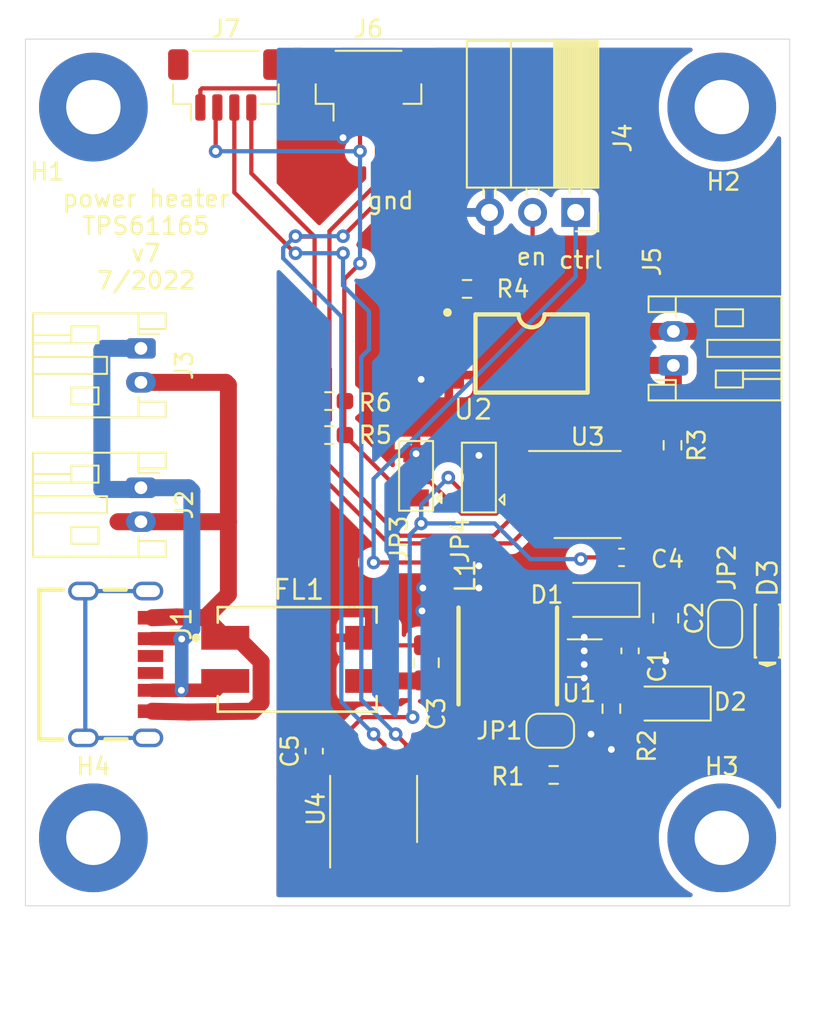
<source format=kicad_pcb>
(kicad_pcb (version 20211014) (generator pcbnew)
  (layers (0 "F.Cu" signal) (31 "B.Cu" signal) (34 "B.Paste" user) (35 "F.Paste" user) (36 "B.SilkS" user "B.Silkscreen") (37 "F.SilkS" user "F.Silkscreen") (38 "B.Mask" user) (39 "F.Mask" user) (44 "Edge.Cuts" user))
  (net 0 "")
  (net 1 "GND")
  (net 2 "Net-(C1-Pad1)")
  (net 3 "Net-(C2-Pad1)")
  (net 4 "+5VD")
  (net 5 "Net-(D1-Pad2)")
  (net 6 "Net-(FL1-Pad1)")
  (net 7 "Net-(FL1-Pad2)")
  (net 8 "unconnected-(J1-Pad0)")
  (net 10 "Net-(J4-Pad1)")
  (net 11 "Net-(J4-Pad2)")
  (net 12 "Net-(J5-Pad1)")
  (net 14 "/scl")
  (net 15 "/sda")
  (net 16 "Net-(JP1-Pad1)")
  (net 17 "Net-(D3-Pad2)")
  (net 18 "Net-(D2-Pad2)")
  (net 19 "Net-(D2-Pad1)")
  (net 20 "Net-(JP3-Pad2)")
  (net 21 "Net-(JP4-Pad2)")
  (net 22 "Net-(R4-Pad2)")
  (net 23 "/fram/Vcc")
  (footprint "Connector_JST:JST_PH_S2B-PH-K_1x02_P2.00mm_Horizontal" (layer "F.Cu") (at 121.8 73.4 -90)
    (fp_text reference "J2" (at 1 -2.55 -90) (layer "F.SilkS"))
    (fp_text value "A2001WR-2P")
    (pad "1" thru_hole roundrect (at 0 0 270) (size 1.2 1.75) (drill 0.75) (layers *.Cu *.Mask) (roundrect_rratio 0.2083333333) (net 7 "Net-(FL1-Pad2)"))
    (pad "2" thru_hole oval (at 2 0 270) (size 1.2 1.75) (drill 0.75) (layers *.Cu *.Mask) (net 6 "Net-(FL1-Pad1)"))
  )
  (footprint "Connector_JST:JST_PH_S2B-PH-K_1x02_P2.00mm_Horizontal" (layer "F.Cu") (at 153.15 66.2 90)
    (fp_text reference "J5" (at 6.1 -1.25 90) (layer "F.SilkS"))
    (fp_text value "A2001WR-2P")
    (pad "1" thru_hole roundrect (at 0 0 90) (size 1.2 1.75) (drill 0.75) (layers *.Cu *.Mask) (roundrect_rratio 0.2083333333) (net 12 "Net-(J5-Pad1)"))
    (pad "2" thru_hole oval (at 2 0 90) (size 1.2 1.75) (drill 0.75) (layers *.Cu *.Mask) (net 17 "Net-(D3-Pad2)"))
  )
  (footprint "0my_footprints6:USB-C-KoreanHroparts" (layer "F.Cu") (at 120.389 83.8 -90)
    (fp_text reference "J1" (at -1.3 -3.8 -90) (layer "F.SilkS") (effects (font (size 1.143 1.143) (thickness 0.152)) (justify left)))
    (fp_text value "USB_C_KoreanHroparts_6P" hide)
    (pad "0" thru_hole oval locked (at 4.32 -1.825 270) (size 1.1 1.8) (drill oval 0.7 1.401) (layers *.Cu *.Paste *.Mask) (net 8 "unconnected-(J1-Pad0)"))
    (pad "0" thru_hole oval locked (at 4.32 1.975 270) (size 1.1 1.8) (drill oval 0.7 1.401) (layers *.Cu *.Paste *.Mask) (net 8 "unconnected-(J1-Pad0)"))
    (pad "0" thru_hole oval locked (at -4.32 -1.825 270) (size 1.1 1.8) (drill oval 0.7 1.401) (layers *.Cu *.Paste *.Mask) (net 8 "unconnected-(J1-Pad0)"))
    (pad "0" thru_hole oval locked (at -4.32 1.975 270) (size 1.1 1.8) (drill oval 0.7 1.401) (layers *.Cu *.Paste *.Mask) (net 8 "unconnected-(J1-Pad0)"))
    (pad "A5" smd rect locked (at -0.5 -1.975 270) (size 0.7 1.5) (layers "F.Cu" "F.Paste" "F.Mask"))
    (pad "A9" smd rect locked (at 1.52 -1.975 270) (size 0.76 1.5) (layers "F.Cu" "F.Paste" "F.Mask") (net 7 "Net-(FL1-Pad2)"))
    (pad "A12" smd rect locked (at 2.75 -1.975 270) (size 0.8 1.5) (layers "F.Cu" "F.Paste" "F.Mask") (net 6 "Net-(FL1-Pad1)"))
    (pad "B5" smd rect locked (at 0.5 -1.975 270) (size 0.7 1.5) (layers "F.Cu" "F.Paste" "F.Mask"))
    (pad "B9" smd rect locked (at -1.52 -1.975 270) (size 0.76 1.5) (layers "F.Cu" "F.Paste" "F.Mask") (net 7 "Net-(FL1-Pad2)"))
    (pad "B12" smd rect locked (at -2.75 -1.975 270) (size 0.8 1.5) (layers "F.Cu" "F.Paste" "F.Mask") (net 6 "Net-(FL1-Pad1)"))
  )
  (footprint "Package_SON:WSON-6-1EP_2x2mm_P0.65mm_EP1x1.6mm" (layer "F.Cu") (at 147.93 83.43 180)
    (fp_text reference "U1" (at 0.33 -2.07) (layer "F.SilkS"))
    (fp_text value "TPS61165")
    (pad "1" smd roundrect locked (at -0.8875 -0.65 180) (size 0.375 0.4) (layers "F.Cu" "F.Paste" "F.Mask") (net 18 "Net-(D2-Pad2)"))
    (pad "2" smd roundrect locked (at -0.8875 0 180) (size 0.375 0.4) (layers "F.Cu" "F.Paste" "F.Mask") (net 2 "Net-(C1-Pad1)"))
    (pad "3" smd roundrect locked (at -0.8875 0.65 180) (size 0.375 0.4) (layers "F.Cu" "F.Paste" "F.Mask") (net 1 "GND"))
    (pad "4" smd roundrect locked (at 0.8875 0.65 180) (size 0.375 0.4) (layers "F.Cu" "F.Paste" "F.Mask") (net 5 "Net-(D1-Pad2)"))
    (pad "5" smd roundrect locked (at 0.8875 0 180) (size 0.375 0.4) (layers "F.Cu" "F.Paste" "F.Mask") (net 10 "Net-(J4-Pad1)"))
    (pad "6" smd roundrect locked (at 0.8875 -0.65 180) (size 0.375 0.4) (layers "F.Cu" "F.Paste" "F.Mask") (net 4 "+5VD"))
    (pad "7" smd rect locked (at 0 0 180) (size 1 1.6) (layers "F.Cu" "F.Mask") (net 1 "GND"))
  )
  (footprint "0my_footprints:IND-SMD_L4.7-W4.7" (layer "F.Cu") (at 143.4 83.3 90)
    (fp_text reference "L1" (at 3.6 -2.5 90) (layer "F.SilkS") (effects (font (size 1.143 1.143) (thickness 0.152)) (justify left)))
    (fp_text value "10uH" hide)
    (pad "1" smd rect locked (at -1.7 0 90) (size 2 5.3) (layers "F.Cu" "F.Paste" "F.Mask") (net 4 "+5VD"))
    (pad "2" smd rect locked (at 1.7 0 90) (size 2 5.3) (layers "F.Cu" "F.Paste" "F.Mask") (net 5 "Net-(D1-Pad2)"))
  )
  (footprint "Resistor_SMD:R_0603_1608Metric_Pad0.98x0.95mm_HandSolder" (layer "F.Cu") (at 149.5 86.4 -90)
    (fp_text reference "R2" (at 2.2 -2.1 -90) (layer "F.SilkS"))
    (fp_text value "2")
    (pad "1" smd roundrect (at -0.9125 0 270) (size 0.975 0.95) (layers "F.Cu" "F.Paste" "F.Mask") (net 18 "Net-(D2-Pad2)"))
    (pad "2" smd roundrect (at 0.9125 0 270) (size 0.975 0.95) (layers "F.Cu" "F.Paste" "F.Mask") (net 1 "GND"))
  )
  (footprint "0my_footprints6:LL_FILTER-SMD_4P-L9.2-W6.0-TL" (layer "F.Cu") (at 131 83.5)
    (fp_text reference "FL1" (at -1.5 -4.1) (layer "F.SilkS") (effects (font (size 1.143 1.143) (thickness 0.152)) (justify left)))
    (fp_text value "EMI_Filter_LL" hide)
    (pad "1" smd rect locked (at -4.237 -1.27) (size 2.825 1.4) (layers "F.Cu" "F.Paste" "F.Mask") (net 6 "Net-(FL1-Pad1)"))
    (pad "2" smd rect locked (at -4.237 1.27) (size 2.825 1.4) (layers "F.Cu" "F.Paste" "F.Mask") (net 7 "Net-(FL1-Pad2)"))
    (pad "3" smd rect locked (at 4.237 1.27) (size 2.825 1.4) (layers "F.Cu" "F.Paste" "F.Mask") (net 4 "+5VD"))
    (pad "4" smd rect locked (at 4.237 -1.27) (size 2.825 1.4) (layers "F.Cu" "F.Paste" "F.Mask") (net 1 "GND"))
  )
  (footprint "Capacitor_SMD:C_0805_2012Metric_Pad1.18x1.45mm_HandSolder" (layer "F.Cu") (at 138.6 83.7 90)
    (fp_text reference "C3" (at -3 0.6 90) (layer "F.SilkS"))
    (fp_text value "4.7uF_0805_25V")
    (pad "1" smd roundrect (at -1.0375 0 90) (size 1.175 1.45) (layers "F.Cu" "F.Paste" "F.Mask") (roundrect_rratio 0.2127659574) (net 4 "+5VD"))
    (pad "2" smd roundrect (at 1.0375 0 90) (size 1.175 1.45) (layers "F.Cu" "F.Paste" "F.Mask") (roundrect_rratio 0.2127659574) (net 1 "GND"))
  )
  (footprint "Diode_SMD:D_SOD-123" (layer "F.Cu") (at 148.9 80 180)
    (fp_text reference "D1" (at 3.2 0.3) (layer "F.SilkS"))
    (fp_text value "MBR0540")
    (pad "1" smd rect locked (at -1.65 0 180) (size 0.9 1.2) (layers "F.Cu" "F.Paste" "F.Mask") (net 3 "Net-(C2-Pad1)"))
    (pad "2" smd rect locked (at 1.65 0 180) (size 0.9 1.2) (layers "F.Cu" "F.Paste" "F.Mask") (net 5 "Net-(D1-Pad2)"))
  )
  (footprint "Capacitor_SMD:C_0603_1608Metric_Pad1.08x0.95mm_HandSolder" (layer "F.Cu") (at 150.6 83 90)
    (fp_text reference "C1" (at -0.9 1.6 90) (layer "F.SilkS"))
    (fp_text value "220nF")
    (pad "1" smd roundrect (at -0.8625 0 90) (size 1.075 0.95) (layers "F.Cu" "F.Paste" "F.Mask") (net 2 "Net-(C1-Pad1)"))
    (pad "2" smd roundrect (at 0.8625 0 90) (size 1.075 0.95) (layers "F.Cu" "F.Paste" "F.Mask") (net 1 "GND"))
  )
  (footprint "Capacitor_SMD:C_0805_2012Metric_Pad1.18x1.45mm_HandSolder" (layer "F.Cu") (at 152.7 81.075 -90)
    (fp_text reference "C2" (at 0 -1.68 -90) (layer "F.SilkS"))
    (fp_text value "1uF_0805_50V")
    (pad "1" smd roundrect (at -1.0375 0 270) (size 1.175 1.45) (layers "F.Cu" "F.Paste" "F.Mask") (roundrect_rratio 0.2127659574) (net 3 "Net-(C2-Pad1)"))
    (pad "2" smd roundrect (at 1.0375 0 270) (size 1.175 1.45) (layers "F.Cu" "F.Paste" "F.Mask") (roundrect_rratio 0.2127659574) (net 1 "GND"))
  )
  (footprint "Connector_PinSocket_2.54mm:PinSocket_1x03_P2.54mm_Horizontal" (layer "F.Cu") (at 147.4 57.2 -90)
    (fp_text reference "J4" (at -4.38 -2.77 90) (layer "F.SilkS"))
    (fp_text value "Conn_01x03_Female")
    (pad "1" thru_hole rect (at 0 0 270) (size 1.7 1.7) (drill 1) (layers *.Cu *.Mask) (net 10 "Net-(J4-Pad1)"))
    (pad "2" thru_hole oval (at 0 2.54 270) (size 1.7 1.7) (drill 1) (layers *.Cu *.Mask) (net 11 "Net-(J4-Pad2)"))
    (pad "3" thru_hole oval (at 0 5.08 270) (size 1.7 1.7) (drill 1) (layers *.Cu *.Mask) (net 1 "GND"))
  )
  (footprint "Resistor_SMD:R_0603_1608Metric_Pad0.98x0.95mm_HandSolder" (layer "F.Cu") (at 141 61.7 180)
    (fp_text reference "R4" (at -2.7 0 180) (layer "F.SilkS"))
    (fp_text value "390")
    (pad "1" smd roundrect (at -0.9125 0 180) (size 0.975 0.95) (layers "F.Cu" "F.Paste" "F.Mask") (net 11 "Net-(J4-Pad2)"))
    (pad "2" smd roundrect (at 0.9125 0 180) (size 0.975 0.95) (layers "F.Cu" "F.Paste" "F.Mask") (net 22 "Net-(R4-Pad2)"))
  )
  (footprint "0my_footprints:SMD-4_L4.6-W6.4-P2.54-LS10.0-BR" (layer "F.Cu") (at 144.8 65.5 180)
    (fp_text reference "U2" (at 2.2 -3.3) (layer "F.SilkS") (effects (font (size 1.143 1.143) (thickness 0.152)) (justify right)))
    (fp_text value "KAQY212A" hide)
    (pad "1" smd rect locked (at 4.876 1.27 180) (size 1.8 1.6) (layers "F.Cu" "F.Paste" "F.Mask") (net 22 "Net-(R4-Pad2)"))
    (pad "2" smd rect locked (at 4.876 -1.27 180) (size 1.8 1.6) (layers "F.Cu" "F.Paste" "F.Mask") (net 1 "GND"))
    (pad "3" smd rect locked (at -4.876 -1.27 180) (size 1.8 1.6) (layers "F.Cu" "F.Paste" "F.Mask") (net 12 "Net-(J5-Pad1)"))
    (pad "4" smd rect locked (at -4.876 1.27 180) (size 1.8 1.6) (layers "F.Cu" "F.Paste" "F.Mask") (net 17 "Net-(D3-Pad2)"))
  )
  (footprint "Capacitor_SMD:C_0603_1608Metric_Pad1.08x0.95mm_HandSolder" (layer "F.Cu") (at 150.1 77.5)
    (fp_text reference "C4" (at 2.7 0.1) (layer "F.SilkS"))
    (fp_text value "100nF")
    (pad "1" smd roundrect (at -0.8625 0) (size 1.075 0.95) (layers "F.Cu" "F.Paste" "F.Mask") (net 23 "/fram/Vcc"))
    (pad "2" smd roundrect (at 0.8625 0) (size 1.075 0.95) (layers "F.Cu" "F.Paste" "F.Mask") (net 1 "GND"))
  )
  (footprint "Connector_JST:JST_SH_BM04B-SRSS-TB_1x04-1MP_P1.00mm_Vertical" (layer "F.Cu") (at 135.2 49.7)
    (fp_text reference "J6" (at 0 -3.3) (layer "F.SilkS"))
    (fp_text value "A1001WV-S-04P")
    (pad "1" smd roundrect (at -1.5 1.325) (size 0.6 1.55) (layers "F.Cu" "F.Paste" "F.Mask") (net 1 "GND"))
    (pad "2" smd roundrect (at -0.5 1.325) (size 0.6 1.55) (layers "F.Cu" "F.Paste" "F.Mask") (net 23 "/fram/Vcc"))
    (pad "3" smd roundrect (at 0.5 1.325) (size 0.6 1.55) (layers "F.Cu" "F.Paste" "F.Mask") (net 15 "/sda"))
    (pad "4" smd roundrect (at 1.5 1.325) (size 0.6 1.55) (layers "F.Cu" "F.Paste" "F.Mask") (net 14 "/scl"))
    (pad "MP" smd roundrect (at 2.8 -1.2) (size 1.2 1.8) (layers "F.Cu" "F.Paste" "F.Mask") (roundrect_rratio 0.2083333333))
    (pad "MP" smd roundrect (at -2.8 -1.2) (size 1.2 1.8) (layers "F.Cu" "F.Paste" "F.Mask") (roundrect_rratio 0.2083333333))
  )
  (footprint "Resistor_SMD:R_0603_1608Metric_Pad0.98x0.95mm_HandSolder" (layer "F.Cu") (at 153.1 70.9 -90)
    (fp_text reference "R3" (at 0 -1.43 -90) (layer "F.SilkS"))
    (fp_text value "1")
    (pad "1" smd roundrect (at -0.9125 0 270) (size 0.975 0.95) (layers "F.Cu" "F.Paste" "F.Mask") (net 12 "Net-(J5-Pad1)"))
    (pad "2" smd roundrect (at 0.9125 0 270) (size 0.975 0.95) (layers "F.Cu" "F.Paste" "F.Mask") (net 3 "Net-(C2-Pad1)"))
  )
  (footprint "Resistor_SMD:R_0603_1608Metric_Pad0.98x0.95mm_HandSolder" (layer "F.Cu") (at 132.9 70.3)
    (fp_text reference "R5" (at 2.7 0) (layer "F.SilkS"))
    (fp_text value "4.99K")
    (pad "1" smd roundrect (at -0.9125 0) (size 0.975 0.95) (layers "F.Cu" "F.Paste" "F.Mask") (net 15 "/sda"))
    (pad "2" smd roundrect (at 0.9125 0) (size 0.975 0.95) (layers "F.Cu" "F.Paste" "F.Mask") (net 23 "/fram/Vcc"))
  )
  (footprint "Resistor_SMD:R_0603_1608Metric_Pad0.98x0.95mm_HandSolder" (layer "F.Cu") (at 132.9 68.3)
    (fp_text reference "R6" (at 2.7 0.1) (layer "F.SilkS"))
    (fp_text value "4.99K")
    (pad "1" smd roundrect (at -0.9125 0) (size 0.975 0.95) (layers "F.Cu" "F.Paste" "F.Mask") (net 14 "/scl"))
    (pad "2" smd roundrect (at 0.9125 0) (size 0.975 0.95) (layers "F.Cu" "F.Paste" "F.Mask") (net 23 "/fram/Vcc"))
  )
  (footprint "Jumper:SolderJumper-3_P1.3mm_Open_Pad1.0x1.5mm" (layer "F.Cu") (at 138 72.7 90)
    (fp_text reference "JP3" (at -3.7 -1 90) (layer "F.SilkS"))
    (fp_text value "Jumper_3_Open")
    (pad "1" smd rect locked (at -1.3 0 90) (size 1 1.5) (layers "F.Cu" "F.Mask") (net 23 "/fram/Vcc"))
    (pad "2" smd rect locked (at 0 0 90) (size 1 1.5) (layers "F.Cu" "F.Mask") (net 20 "Net-(JP3-Pad2)"))
    (pad "3" smd rect locked (at 1.3 0 90) (size 1 1.5) (layers "F.Cu" "F.Mask") (net 1 "GND"))
  )
  (footprint "Jumper:SolderJumper-3_P1.3mm_Open_Pad1.0x1.5mm" (layer "F.Cu") (at 141.7 72.8 90)
    (fp_text reference "JP4" (at -3.7 -1.1 90) (layer "F.SilkS"))
    (fp_text value "Jumper_3_Open")
    (pad "1" smd rect locked (at -1.3 0 90) (size 1 1.5) (layers "F.Cu" "F.Mask") (net 23 "/fram/Vcc"))
    (pad "2" smd rect locked (at 0 0 90) (size 1 1.5) (layers "F.Cu" "F.Mask") (net 21 "Net-(JP4-Pad2)"))
    (pad "3" smd rect locked (at 1.3 0 90) (size 1 1.5) (layers "F.Cu" "F.Mask") (net 1 "GND"))
  )
  (footprint "Diode_SMD:D_SOD-123" (layer "F.Cu") (at 153.1 86.1 180)
    (fp_text reference "D2" (at -3.4 0.1) (layer "F.SilkS"))
    (fp_text value "BZT52C5V1")
    (pad "1" smd rect locked (at -1.65 0 180) (size 0.9 1.2) (layers "F.Cu" "F.Paste" "F.Mask") (net 19 "Net-(D2-Pad1)"))
    (pad "2" smd rect locked (at 1.65 0 180) (size 0.9 1.2) (layers "F.Cu" "F.Paste" "F.Mask") (net 18 "Net-(D2-Pad2)"))
  )
  (footprint "Jumper:SolderJumper-2_P1.3mm_Open_RoundedPad1.0x1.5mm" (layer "F.Cu") (at 156.2 81.4 90)
    (fp_text reference "JP2" (at 3.3 0.1 90) (layer "F.SilkS"))
    (fp_text value "Jumper_2_Open")
    (pad "1" smd custom locked (at -0.65 0 90) (size 1 0.5) (layers "F.Cu" "F.Mask") (net 19 "Net-(D2-Pad1)") (options (clearance outline) (anchor rect)) (primitives (gr_circle (center 0 0.25) (end 0.5 0.25) (width 0) (fill yes)) (gr_circle (center 0 -0.25) (end 0.5 -0.25) (width 0) (fill yes)) (gr_poly (pts (xy 0 -0.75) (xy 0.5 -0.75) (xy 0.5 0.75) (xy 0 0.75)) (width 0) (fill yes))))
    (pad "2" smd custom locked (at 0.65 0 90) (size 1 0.5) (layers "F.Cu" "F.Mask") (net 17 "Net-(D3-Pad2)") (options (clearance outline) (anchor rect)) (primitives (gr_circle (center 0 0.25) (end 0.5 0.25) (width 0) (fill yes)) (gr_circle (center 0 -0.25) (end 0.5 -0.25) (width 0) (fill yes)) (gr_poly (pts (xy 0 -0.75) (xy -0.5 -0.75) (xy -0.5 0.75) (xy 0 0.75)) (width 0) (fill yes))))
  )
  (footprint "Package_SO:SOIC-8_3.9x4.9mm_P1.27mm" (layer "F.Cu") (at 148.1 73.8)
    (fp_text reference "U3" (at 0 -3.4) (layer "F.SilkS"))
    (fp_text value "INA219AxD")
    (pad "1" smd roundrect locked (at -2.475 -1.905) (size 1.95 0.6) (layers "F.Cu" "F.Paste" "F.Mask") (net 21 "Net-(JP4-Pad2)"))
    (pad "2" smd roundrect locked (at -2.475 -0.635) (size 1.95 0.6) (layers "F.Cu" "F.Paste" "F.Mask") (net 20 "Net-(JP3-Pad2)"))
    (pad "3" smd roundrect locked (at -2.475 0.635) (size 1.95 0.6) (layers "F.Cu" "F.Paste" "F.Mask") (net 15 "/sda"))
    (pad "4" smd roundrect locked (at -2.475 1.905) (size 1.95 0.6) (layers "F.Cu" "F.Paste" "F.Mask") (net 14 "/scl"))
    (pad "5" smd roundrect locked (at 2.475 1.905) (size 1.95 0.6) (layers "F.Cu" "F.Paste" "F.Mask") (net 23 "/fram/Vcc"))
    (pad "6" smd roundrect locked (at 2.475 0.635) (size 1.95 0.6) (layers "F.Cu" "F.Paste" "F.Mask") (net 1 "GND"))
    (pad "7" smd roundrect locked (at 2.475 -0.635) (size 1.95 0.6) (layers "F.Cu" "F.Paste" "F.Mask") (net 12 "Net-(J5-Pad1)"))
    (pad "8" smd roundrect locked (at 2.475 -1.905) (size 1.95 0.6) (layers "F.Cu" "F.Paste" "F.Mask") (net 3 "Net-(C2-Pad1)"))
  )
  (footprint "0my_footprints6:LED-SMD_L3.0-W1.4-FD_RED" (layer "F.Cu") (at 158.7 81.6 -90)
    (fp_text reference "D3" (at -4.1 0 90) (layer "F.SilkS") (effects (font (size 1.143 1.143) (thickness 0.152)) (justify right)))
    (fp_text value "LED" hide)
    (pad "1" smd rect (at 0.945 0 270) (size 1.9 1.01) (layers "F.Cu" "F.Paste" "F.Mask") (net 19 "Net-(D2-Pad1)"))
    (pad "2" smd rect (at -0.945 0 270) (size 1.18 1.01) (layers "F.Cu" "F.Paste" "F.Mask") (net 17 "Net-(D3-Pad2)"))
  )
  (footprint "Connector_JST:JST_PH_S2B-PH-K_1x02_P2.00mm_Horizontal" (layer "F.Cu") (at 121.8 65.2 -90)
    (fp_text reference "J3" (at 1 -2.55 -90) (layer "F.SilkS"))
    (fp_text value "A2001WR-2P")
    (pad "1" thru_hole roundrect (at 0 0 270) (size 1.2 1.75) (drill 0.75) (layers *.Cu *.Mask) (roundrect_rratio 0.2083333333) (net 7 "Net-(FL1-Pad2)"))
    (pad "2" thru_hole oval (at 2 0 270) (size 1.2 1.75) (drill 0.75) (layers *.Cu *.Mask) (net 6 "Net-(FL1-Pad1)"))
  )
  (footprint "MountingHole:MountingHole_3.2mm_M3_Pad_TopBottom" (layer "F.Cu") (at 119 94)
    (fp_text reference "H4" (at 0 -4.2) (layer "F.SilkS"))
    (fp_text value "MountingHole")
    (pad "1" connect circle (at 0 0) (size 6.4 6.4) (layers "B.Cu" "B.Mask"))
    (pad "1" thru_hole circle (at 0 0) (size 3.6 3.6) (drill 3.2) (layers *.Cu *.Mask))
    (pad "1" connect circle (at 0 0) (size 6.4 6.4) (layers "F.Cu" "F.Mask"))
  )
  (footprint "Capacitor_SMD:C_0603_1608Metric_Pad1.08x0.95mm_HandSolder" (layer "F.Cu") (at 132 88.9 90)
    (fp_text reference "C5" (at 0 -1.43 90) (layer "F.SilkS"))
    (fp_text value "100nF")
    (pad "1" smd roundrect (at -0.8625 0 90) (size 1.075 0.95) (layers "F.Cu" "F.Paste" "F.Mask") (net 23 "/fram/Vcc"))
    (pad "2" smd roundrect (at 0.8625 0 90) (size 1.075 0.95) (layers "F.Cu" "F.Paste" "F.Mask") (net 1 "GND"))
  )
  (footprint "Connector_JST:JST_SH_BM04B-SRSS-TB_1x04-1MP_P1.00mm_Vertical" (layer "F.Cu") (at 126.8 49.7)
    (fp_text reference "J7" (at 0 -3.3) (layer "F.SilkS"))
    (fp_text value "A1001WV-S-04P")
    (pad "1" smd roundrect (at -1.5 1.325) (size 0.6 1.55) (layers "F.Cu" "F.Paste" "F.Mask") (net 1 "GND"))
    (pad "2" smd roundrect (at -0.5 1.325) (size 0.6 1.55) (layers "F.Cu" "F.Paste" "F.Mask") (net 23 "/fram/Vcc"))
    (pad "3" smd roundrect (at 0.5 1.325) (size 0.6 1.55) (layers "F.Cu" "F.Paste" "F.Mask") (net 15 "/sda"))
    (pad "4" smd roundrect (at 1.5 1.325) (size 0.6 1.55) (layers "F.Cu" "F.Paste" "F.Mask") (net 14 "/scl"))
    (pad "MP" smd roundrect (at 2.8 -1.2) (size 1.2 1.8) (layers "F.Cu" "F.Paste" "F.Mask") (roundrect_rratio 0.2083333333))
    (pad "MP" smd roundrect (at -2.8 -1.2) (size 1.2 1.8) (layers "F.Cu" "F.Paste" "F.Mask") (roundrect_rratio 0.2083333333))
  )
  (footprint "Jumper:SolderJumper-2_P1.3mm_Open_RoundedPad1.0x1.5mm" (layer "F.Cu") (at 145.9 87.7)
    (fp_text reference "JP1" (at -3 0) (layer "F.SilkS"))
    (fp_text value "SolderJumper_2_Open")
    (pad "1" smd custom (at -0.65 0) (size 1 0.5) (layers "F.Cu" "F.Mask") (net 16 "Net-(JP1-Pad1)") (options (clearance outline) (anchor rect)) (primitives (gr_circle (center 0 0.25) (end 0.5 0.25) (width 0) (fill yes)) (gr_circle (center 0 -0.25) (end 0.5 -0.25) (width 0) (fill yes)) (gr_poly (pts (xy 0.5 0.75) (xy 0 0.75) (xy 0 -0.75) (xy 0.5 -0.75)) (width 0) (fill yes))))
    (pad "2" smd custom (at 0.65 0) (size 1 0.5) (layers "F.Cu" "F.Mask") (net 18 "Net-(D2-Pad2)") (options (clearance outline) (anchor rect)) (primitives (gr_circle (center 0 0.25) (end 0.5 0.25) (width 0) (fill yes)) (gr_circle (center 0 -0.25) (end 0.5 -0.25) (width 0) (fill yes)) (gr_poly (pts (xy 0 0.75) (xy -0.5 0.75) (xy -0.5 -0.75) (xy 0 -0.75)) (width 0) (fill yes))))
  )
  (footprint "Resistor_SMD:R_0603_1608Metric_Pad0.98x0.95mm_HandSolder" (layer "F.Cu") (at 146.1 90.3)
    (fp_text reference "R1" (at -2.7 0.1) (layer "F.SilkS"))
    (fp_text value "2")
    (pad "1" smd roundrect (at -0.9125 0) (size 0.975 0.95) (layers "F.Cu" "F.Paste" "F.Mask") (net 16 "Net-(JP1-Pad1)"))
    (pad "2" smd roundrect (at 0.9125 0) (size 0.975 0.95) (layers "F.Cu" "F.Paste" "F.Mask") (net 1 "GND"))
  )
  (footprint "MountingHole:MountingHole_3.2mm_M3_Pad_TopBottom" (layer "F.Cu") (at 156 94)
    (fp_text reference "H3" (at 0 -4.2) (layer "F.SilkS"))
    (fp_text value "MountingHole")
    (pad "1" thru_hole circle (at 0 0) (size 3.6 3.6) (drill 3.2) (layers *.Cu *.Mask))
    (pad "1" connect circle (at 0 0) (size 6.4 6.4) (layers "B.Cu" "B.Mask"))
    (pad "1" connect circle (at 0 0) (size 6.4 6.4) (layers "F.Cu" "F.Mask"))
  )
  (footprint "MountingHole:MountingHole_3.2mm_M3_Pad_TopBottom" (layer "F.Cu") (at 156 51)
    (fp_text reference "H2" (at 0.1 4.4) (layer "F.SilkS"))
    (fp_text value "MountingHole")
    (pad "1" thru_hole circle (at 0 0) (size 3.6 3.6) (drill 3.2) (layers *.Cu *.Mask))
    (pad "1" connect circle (at 0 0) (size 6.4 6.4) (layers "F.Cu" "F.Mask"))
    (pad "1" connect circle (at 0 0) (size 6.4 6.4) (layers "B.Cu" "B.Mask"))
  )
  (footprint "Package_SO:SOIC-8_3.9x4.9mm_P1.27mm" (layer "F.Cu") (at 135.5 92.3 90)
    (fp_text reference "U4" (at 0 -3.4 90) (layer "F.SilkS"))
    (fp_text value "FM24V05-GTR")
    (pad "1" smd roundrect (at -2.475 -1.905 90) (size 1.95 0.6) (layers "F.Cu" "F.Paste" "F.Mask") (net 1 "GND"))
    (pad "2" smd roundrect (at -2.475 -0.635 90) (size 1.95 0.6) (layers "F.Cu" "F.Paste" "F.Mask") (net 1 "GND"))
    (pad "3" smd roundrect (at -2.475 0.635 90) (size 1.95 0.6) (layers "F.Cu" "F.Paste" "F.Mask") (net 1 "GND"))
    (pad "4" smd roundrect (at -2.475 1.905 90) (size 1.95 0.6) (layers "F.Cu" "F.Paste" "F.Mask") (net 1 "GND"))
    (pad "5" smd roundrect (at 2.475 1.905 90) (size 1.95 0.6) (layers "F.Cu" "F.Paste" "F.Mask") (net 15 "/sda"))
    (pad "6" smd roundrect (at 2.475 0.635 90) (size 1.95 0.6) (layers "F.Cu" "F.Paste" "F.Mask") (net 14 "/scl"))
    (pad "7" smd roundrect (at 2.475 -0.635 90) (size 1.95 0.6) (layers "F.Cu" "F.Paste" "F.Mask"))
    (pad "8" smd roundrect (at 2.475 -1.905 90) (size 1.95 0.6) (layers "F.Cu" "F.Paste" "F.Mask") (net 23 "/fram/Vcc"))
  )
  (footprint "MountingHole:MountingHole_3.2mm_M3_Pad_TopBottom" (layer "F.Cu") (at 119 51)
    (fp_text reference "H1" (at -2.7 3.8) (layer "F.SilkS"))
    (fp_text value "MountingHole")
    (pad "1" thru_hole circle (at 0 0) (size 3.6 3.6) (drill 3.2) (layers *.Cu *.Mask))
    (pad "1" connect circle (at 0 0) (size 6.4 6.4) (layers "B.Cu" "B.Mask"))
    (pad "1" connect circle (at 0 0) (size 6.4 6.4) (layers "F.Cu" "F.Mask"))
  )
  (gr_rect (start 115 98) (end 160 47) (layer "Edge.Cuts") (width 0.05) (fill none))
  (gr_text "en" (at 144.8 59.8) (layer "F.SilkS") (effects (font (size 1 1))))
  (gr_text "gnd" (at 136.5 56.5) (layer "F.SilkS") (effects (font (size 1 1))))
  (gr_text "ctrl" (at 147.7 60) (layer "F.SilkS") (effects (font (size 1 1))))
  (gr_text "power heater\nTPS61165\nv7\n7/2022\n" (at 122.1 58.8) (layer "F.SilkS") (effects (font (size 1 1))))
  (segment (start 138.6 82.675) (end 135.682 82.675) (width 0.25) (layer "F.Cu") (net 1))
  (segment (start 138.6 82.675) (end 138.6 80.9) (width 0.25) (layer "F.Cu") (net 1))
  (segment (start 152.7 82.1) (end 150.8 82.1) (width 1) (layer "F.Cu") (net 1))
  (segment (start 148.8175 82.78) (end 150.12 82.78) (width 0.25) (layer "F.Cu") (net 1))
  (segment (start 150.6 81.775) (end 150.025 81.2) (width 0.25) (layer "F.Cu") (net 1))
  (segment (start 138.6 80.9) (end 138.35 80.65) (width 0.25) (layer "F.Cu") (net 1))
  (segment (start 150.025 81.2) (end 149.9 81.2) (width 0.25) (layer "F.Cu") (net 1))
  (segment (start 149.9 81.2) (end 150.8 82.1) (width 0.25) (layer "F.Cu") (net 1))
  (segment (start 150.12 82.78) (end 150.6 82.3) (width 0.25) (layer "F.Cu") (net 1))
  (segment (start 125.4 49.9) (end 130.7 49.9) (width 0.25) (layer "F.Cu") (net 1))
  (segment (start 125.3 51.025) (end 125.3 50) (width 0.25) (layer "F.Cu") (net 1))
  (segment (start 131.825 51.025) (end 130.7 49.9) (width 0.25) (layer "F.Cu") (net 1))
  (segment (start 133.7 51.025) (end 133.7 52.8) (width 0.25) (layer "F.Cu") (net 1))
  (segment (start 125.3 50) (end 125.4 49.9) (width 0.25) (layer "F.Cu") (net 1))
  (segment (start 133.7 51.025) (end 131.825 51.025) (width 0.25) (layer "F.Cu") (net 1))
  (via (at 147.9 83.8) (size 0.8) (drill 0.4) (layers "F.Cu" "B.Cu") (net 1))
  (via (at 152.7 83.6) (size 0.8) (drill 0.4) (layers "F.Cu" "B.Cu") (net 1))
  (via (at 148.3 87.9) (size 0.8) (drill 0.4) (layers "F.Cu" "B.Cu") (net 1))
  (via (at 147.9 83) (size 0.8) (drill 0.4) (layers "F.Cu" "B.Cu") (net 1))
  (via (at 149.5 88.8) (size 0.8) (drill 0.4) (layers "F.Cu" "B.Cu") (net 1))
  (via (at 147.9 82.2) (size 0.8) (drill 0.4) (layers "F.Cu" "B.Cu") (net 1))
  (via (at 147.9 84.6) (size 0.8) (drill 0.4) (layers "F.Cu" "B.Cu") (net 1))
  (via (at 141.7 79.3) (size 0.8) (drill 0.4) (layers "F.Cu" "B.Cu") (net 1))
  (via (at 138.3 67.025) (size 0.8) (drill 0.4) (layers "F.Cu" "B.Cu") (net 1))
  (via (at 138.4 79.3) (size 0.8) (drill 0.4) (layers "F.Cu" "B.Cu") (net 1))
  (via (at 141.7 78) (size 0.8) (drill 0.4) (layers "F.Cu" "B.Cu") (net 1))
  (via (at 133.7 52.8) (size 0.8) (drill 0.4) (layers "F.Cu" "B.Cu") (net 1))
  (via (at 138.35 80.65) (size 0.8) (drill 0.4) (layers "F.Cu" "B.Cu") (net 1))
  (via (at 138 71.4) (size 0.8) (drill 0.4) (layers "F.Cu" "B.Cu") (net 1))
  (via (at 141.7 71.5) (size 0.8) (drill 0.4) (layers "F.Cu" "B.Cu") (net 1))
  (segment (start 150.6 84.05) (end 149.98 83.43) (width 0.25) (layer "F.Cu") (net 2))
  (segment (start 149.98 83.43) (end 148.8175 83.43) (width 0.25) (layer "F.Cu") (net 2))
  (segment (start 150.55 80) (end 152.65 80) (width 1) (layer "F.Cu") (net 3))
  (segment (start 153.1 71.775) (end 150.695 71.775) (width 0.25) (layer "F.Cu") (net 3))
  (segment (start 152.7 80.05) (end 152.7 72.175) (width 1) (layer "F.Cu") (net 3))
  (segment (start 152.7 72.175) (end 153.1 71.775) (width 1) (layer "F.Cu") (net 3))
  (segment (start 135.237 84.77) (end 143.17 84.77) (width 1) (layer "F.Cu") (net 4))
  (segment (start 145.5 85) (end 146.16999 84.33001) (width 1) (layer "F.Cu") (net 4))
  (segment (start 146.16999 84.33001) (end 146.619962 84.33001) (width 1) (layer "F.Cu") (net 4))
  (segment (start 147.0425 82.78) (end 146.855 82.78) (width 0.25) (layer "F.Cu") (net 5))
  (segment (start 146.855 82.78) (end 146.7 82.625) (width 0.25) (layer "F.Cu") (net 5))
  (segment (start 146.7 82.625) (end 146.7 82.4) (width 0.25) (layer "F.Cu") (net 5))
  (segment (start 146.6 81.6) (end 146.7 82.4) (width 1) (layer "F.Cu") (net 5))
  (segment (start 147.25 80) (end 147.25 80.95) (width 1) (layer "F.Cu") (net 5))
  (segment (start 145.9 81.6) (end 146.6 81.6) (width 1) (layer "F.Cu") (net 5))
  (segment (start 147.25 80.95) (end 146.6 81.6) (width 1) (layer "F.Cu") (net 5))
  (segment (start 143.4 81.6) (end 145.9 81.6) (width 1) (layer "F.Cu") (net 5))
  (segment (start 126.763 82.23) (end 125.583 81.05) (width 1) (layer "F.Cu") (net 6))
  (segment (start 128.875501 83.630001) (end 128.875501 86.030001) (width 1) (layer "F.Cu") (net 6))
  (segment (start 128.875501 86.030001) (end 128.355491 86.550011) (width 1) (layer "F.Cu") (net 6))
  (segment (start 127.4755 82.23) (end 128.875501 83.630001) (width 1) (layer "F.Cu") (net 6))
  (segment (start 128.355491 86.550011) (end 124.6 86.6) (width 1) (layer "F.Cu") (net 6))
  (segment (start 124.6 86.6) (end 122.475 86.550011) (width 1) (layer "F.Cu") (net 6))
  (segment (start 126.8 67.2) (end 121.8 67.2) (width 1) (layer "F.Cu") (net 6))
  (segment (start 120.45 75.4) (end 126.95 75.4) (width 1) (layer "F.Cu") (net 6))
  (segment (start 125.583 81.05) (end 126.95 79.683) (width 1) (layer "F.Cu") (net 6))
  (segment (start 125.583 81.05) (end 123.9 81) (width 1) (layer "F.Cu") (net 6))
  (segment (start 126.95 79.683) (end 126.95 75.4) (width 1) (layer "F.Cu") (net 6))
  (segment (start 126.95 67.35) (end 126.8 67.2) (width 1) (layer "F.Cu") (net 6))
  (segment (start 126.95 75.4) (end 126.95 67.35) (width 1) (layer "F.Cu") (net 6))
  (segment (start 123.9 81) (end 122.475 81.05) (width 1) (layer "F.Cu") (net 6))
  (segment (start 124.18 82.28) (end 124.2 82.3) (width 0.8) (layer "F.Cu") (net 7))
  (segment (start 126.213 85.32) (end 126.763 84.77) (width 0.8) (layer "F.Cu") (net 7))
  (segment (start 124.18 85.32) (end 126.213 85.32) (width 0.8) (layer "F.Cu") (net 7))
  (segment (start 122.475 85.32) (end 124.18 85.32) (width 0.8) (layer "F.Cu") (net 7))
  (segment (start 122.475 82.28) (end 124.18 82.28) (width 0.8) (layer "F.Cu") (net 7))
  (via (at 124.2 82.3) (size 0.8) (drill 0.4) (layers "F.Cu" "B.Cu") (net 7))
  (via (at 124.18 85.32) (size 0.8) (drill 0.4) (layers "F.Cu" "B.Cu") (net 7))
  (segment (start 124.6 73.4) (end 124.8 73.6) (width 1) (layer "B.Cu") (net 7))
  (segment (start 121.8 65.2) (end 119.6 65.2) (width 1) (layer "B.Cu") (net 7))
  (segment (start 124.2 82.3) (end 124.2 85.3) (width 0.8) (layer "B.Cu") (net 7))
  (segment (start 119.5 73.5) (end 121.7 73.5) (width 1) (layer "B.Cu") (net 7))
  (segment (start 121.8 73.4) (end 124.6 73.4) (width 1) (layer "B.Cu") (net 7))
  (segment (start 119.5 65.3) (end 119.5 73.5) (width 1) (layer "B.Cu") (net 7))
  (segment (start 124.8 81.7) (end 124.2 82.3) (width 1) (layer "B.Cu") (net 7))
  (segment (start 124.8 73.6) (end 124.8 81.7) (width 1) (layer "B.Cu") (net 7))
  (segment (start 119.6 65.2) (end 119.5 65.3) (width 1) (layer "B.Cu") (net 7))
  (segment (start 124.2 85.3) (end 124.18 85.32) (width 0.8) (layer "B.Cu") (net 7))
  (segment (start 122.325 88.12) (end 118.525 88.12) (width 0.25) (layer "B.Cu") (net 8))
  (segment (start 122.325 79.48) (end 118.525 79.48) (width 0.25) (layer "B.Cu") (net 8))
  (segment (start 118.525 88.12) (end 118.525 79.48) (width 0.25) (layer "B.Cu") (net 8))
  (segment (start 140 77.8) (end 135.5 77.8) (width 0.25) (layer "F.Cu") (net 10))
  (segment (start 140 82.499022) (end 140 77.8) (width 0.25) (layer "F.Cu") (net 10))
  (segment (start 147.0425 83.43) (end 140.930978 83.43) (width 0.25) (layer "F.Cu") (net 10))
  (segment (start 140.930978 83.43) (end 140 82.499022) (width 0.25) (layer "F.Cu") (net 10))
  (via (at 135.5 77.8) (size 0.8) (drill 0.4) (layers "F.Cu" "B.Cu") (net 10))
  (segment (start 147.4 60.975386) (end 147.4 57.2) (width 0.25) (layer "B.Cu") (net 10))
  (segment (start 135.5 72.875386) (end 147.4 60.975386) (width 0.25) (layer "B.Cu") (net 10))
  (segment (start 135.5 77.8) (end 135.5 72.875386) (width 0.25) (layer "B.Cu") (net 10))
  (segment (start 141.875 61.7) (end 144.86 58.715) (width 0.25) (layer "F.Cu") (net 11))
  (segment (start 144.86 58.715) (end 144.86 57.2) (width 0.25) (layer "F.Cu") (net 11))
  (segment (start 149.27499 73.00499) (end 149.27499 72.97499) (width 0.25) (layer "F.Cu") (net 12))
  (segment (start 150.246 66.2) (end 149.676 66.77) (width 1) (layer "F.Cu") (net 12))
  (segment (start 149.975 70.025) (end 153.1 70.025) (width 0.25) (layer "F.Cu") (net 12))
  (segment (start 153.15 69.975) (end 153.1 70.025) (width 1) (layer "F.Cu") (net 12))
  (segment (start 149.435 73.165) (end 149.27499 73.00499) (width 0.25) (layer "F.Cu") (net 12))
  (segment (start 153.15 66.2) (end 150.246 66.2) (width 1) (layer "F.Cu") (net 12))
  (segment (start 149 71) (end 149.975 70.025) (width 0.25) (layer "F.Cu") (net 12))
  (segment (start 149 72.7) (end 149 71) (width 0.25) (layer "F.Cu") (net 12))
  (segment (start 150.575 73.165) (end 149.435 73.165) (width 0.25) (layer "F.Cu") (net 12))
  (segment (start 153.15 66.2) (end 153.15 69.975) (width 1) (layer "F.Cu") (net 12))
  (segment (start 149.27499 72.97499) (end 149 72.7) (width 0.25) (layer "F.Cu") (net 12))
  (segment (start 143.625969 76.674031) (end 136.374031 76.674031) (width 0.25) (layer "F.Cu") (net 14))
  (segment (start 132.025 58.625) (end 130.925 58.625) (width 0.25) (layer "F.Cu") (net 14))
  (segment (start 132.025 58.625) (end 128.3 54.9) (width 0.25) (layer "F.Cu") (net 14))
  (segment (start 128.3 54.9) (end 128.3 51.025) (width 0.25) (layer "F.Cu") (net 14))
  (segment (start 136.135 88.535) (end 135.5 87.9) (width 0.25) (layer "F.Cu") (net 14))
  (segment (start 136.7 55.6) (end 136.7 51.025) (width 0.25) (layer "F.Cu") (net 14))
  (segment (start 136.135 89.825) (end 136.135 88.535) (width 0.25) (layer "F.Cu") (net 14))
  (segment (start 132.025 68.3) (end 132.025 58.625) (width 0.25) (layer "F.Cu") (net 14))
  (segment (start 136.374031 76.674031) (end 130.4 70.7) (width 0.25) (layer "F.Cu") (net 14))
  (segment (start 133.7 58.6) (end 136.7 55.6) (width 0.25) (layer "F.Cu") (net 14))
  (segment (start 130.4 69.1) (end 131.2 68.3) (width 0.25) (layer "F.Cu") (net 14))
  (segment (start 130.925 58.625) (end 130.9 58.6) (width 0.25) (layer "F.Cu") (net 14))
  (segment (start 130.4 70.7) (end 130.4 69.1) (width 0.25) (layer "F.Cu") (net 14))
  (segment (start 145.625 75.705) (end 144.595 75.705) (width 0.25) (layer "F.Cu") (net 14))
  (segment (start 144.595 75.705) (end 143.625969 76.674031) (width 0.25) (layer "F.Cu") (net 14))
  (segment (start 131.2 68.3) (end 132.025 68.3) (width 0.25) (layer "F.Cu") (net 14))
  (via (at 130.9 58.6) (size 0.8) (drill 0.4) (layers "F.Cu" "B.Cu") (net 14))
  (via (at 133.7 58.6) (size 0.8) (drill 0.4) (layers "F.Cu" "B.Cu") (net 14))
  (via (at 135.5 87.9) (size 0.8) (drill 0.4) (layers "F.Cu" "B.Cu") (net 14))
  (segment (start 130.175489 59.299897) (end 130.875386 58.6) (width 0.25) (layer "B.Cu") (net 14))
  (segment (start 133.6 86) (end 133.6 63.3) (width 0.25) (layer "B.Cu") (net 14))
  (segment (start 130.9 58.6) (end 133.7 58.6) (width 0.25) (layer "B.Cu") (net 14))
  (segment (start 133.6 86) (end 135.5 87.9) (width 0.25) (layer "B.Cu") (net 14))
  (segment (start 130.175489 59.900103) (end 130.175489 59.299897) (width 0.25) (layer "B.Cu") (net 14))
  (segment (start 133.6 63.3) (end 133.575386 63.3) (width 0.25) (layer "B.Cu") (net 14))
  (segment (start 133.575386 63.3) (end 130.175489 59.900103) (width 0.25) (layer "B.Cu") (net 14))
  (segment (start 130.875386 58.6) (end 130.9 58.6) (width 0.25) (layer "B.Cu") (net 14))
  (segment (start 132.92548 69.39952) (end 132.92548 66.42548) (width 0.25) (layer "F.Cu") (net 15))
  (segment (start 132.9 59.6) (end 133.7 59.6) (width 0.25) (layer "F.Cu") (net 15))
  (segment (start 132.025 70.3) (end 132.92548 69.39952) (width 0.25) (layer "F.Cu") (net 15))
  (segment (start 132 71.2) (end 132 70.325) (width 0.25) (layer "F.Cu") (net 15))
  (segment (start 132.9 66.4) (end 132.9 59.6) (width 0.25) (layer "F.Cu") (net 15))
  (segment (start 130.875386 59.6) (end 130.9 59.6) (width 0.25) (layer "F.Cu") (net 15))
  (segment (start 132.9 58.3) (end 135.7 55.5) (width 0.25) (layer "F.Cu") (net 15))
  (segment (start 132.92548 66.42548) (end 132.9 66.4) (width 0.25) (layer "F.Cu") (net 15))
  (segment (start 137.405 88.505) (end 136.8 87.9) (width 0.25) (layer "F.Cu") (net 15))
  (segment (start 137.024511 76.224511) (end 132 71.2) (width 0.25) (layer "F.Cu") (net 15))
  (segment (start 127.3 51.025) (end 127.3 56.024614) (width 0.25) (layer "F.Cu") (net 15))
  (segment (start 135.7 55.5) (end 135.7 51.025) (width 0.25) (layer "F.Cu") (net 15))
  (segment (start 132.9 59.6) (end 132.9 58.3) (width 0.25) (layer "F.Cu") (net 15))
  (segment (start 144.365 74.435) (end 142.575489 76.224511) (width 0.25) (layer "F.Cu") (net 15))
  (segment (start 127.3 56.024614) (end 130.875386 59.6) (width 0.25) (layer "F.Cu") (net 15))
  (segment (start 145.625 74.435) (end 144.365 74.435) (width 0.25) (layer "F.Cu") (net 15))
  (segment (start 137.405 89.825) (end 137.405 88.505) (width 0.25) (layer "F.Cu") (net 15))
  (segment (start 142.575489 76.224511) (end 137.024511 76.224511) (width 0.25) (layer "F.Cu") (net 15))
  (via (at 133.7 59.6) (size 0.8) (drill 0.4) (layers "F.Cu" "B.Cu") (net 15))
  (via (at 130.9 59.6) (size 0.8) (drill 0.4) (layers "F.Cu" "B.Cu") (net 15))
  (via (at 136.8 87.9) (size 0.8) (drill 0.4) (layers "F.Cu" "B.Cu") (net 15))
  (segment (start 134.775489 65.711207) (end 135.225009 65.261687) (width 0.25) (layer "B.Cu") (net 15))
  (segment (start 130.9 59.6) (end 133.7 59.6) (width 0.25) (layer "B.Cu") (net 15))
  (segment (start 136.8 87.9) (end 134.775489 85.875489) (width 0.25) (layer "B.Cu") (net 15))
  (segment (start 134.775489 85.875489) (end 134.775489 65.711207) (width 0.25) (layer "B.Cu") (net 15))
  (segment (start 135.225009 63.025009) (end 133.7 61.5) (width 0.25) (layer "B.Cu") (net 15))
  (segment (start 133.7 61.5) (end 133.7 59.6) (width 0.25) (layer "B.Cu") (net 15))
  (segment (start 135.225009 65.261687) (end 135.225009 63.025009) (width 0.25) (layer "B.Cu") (net 15))
  (segment (start 145.25 90.25) (end 145.2 90.3) (width 1) (layer "F.Cu") (net 16))
  (segment (start 145.25 87.7) (end 145.25 90.25) (width 1) (layer "F.Cu") (net 16))
  (segment (start 155.4 64.2) (end 156.2 65) (width 1) (layer "F.Cu") (net 17))
  (segment (start 153.15 64.2) (end 155.4 64.2) (width 1) (layer "F.Cu") (net 17))
  (segment (start 158.7 80.655) (end 156.295 80.655) (width 0.8) (layer "F.Cu") (net 17))
  (segment (start 156.2 65) (end 156.2 80.75) (width 1) (layer "F.Cu") (net 17))
  (segment (start 153.15 64.2) (end 149.706 64.2) (width 1) (layer "F.Cu") (net 17))
  (segment (start 149.5 85.525) (end 149.5 84.7625) (width 0.25) (layer "F.Cu") (net 18))
  (segment (start 149.5 84.7625) (end 148.8175 84.08) (width 0.25) (layer "F.Cu") (net 18))
  (segment (start 149.5 85.525) (end 150.875 85.525) (width 1) (layer "F.Cu") (net 18))
  (segment (start 148.725 85.525) (end 149.5 85.525) (width 1) (layer "F.Cu") (net 18))
  (segment (start 150.875 85.525) (end 151.45 86.1) (width 1) (layer "F.Cu") (net 18))
  (segment (start 146.55 87.7) (end 148.725 85.525) (width 1) (layer "F.Cu") (net 18))
  (segment (start 156.695 82.545) (end 156.2 82.05) (width 0.8) (layer "F.Cu") (net 19))
  (segment (start 156.2 82.05) (end 156.2 84.65) (width 0.8) (layer "F.Cu") (net 19))
  (segment (start 156.2 84.65) (end 154.75 86.1) (width 0.8) (layer "F.Cu") (net 19))
  (segment (start 158.7 82.545) (end 156.695 82.545) (width 0.8) (layer "F.Cu") (net 19))
  (segment (start 145.325 73.465) (end 144.170002 73.465) (width 0.25) (layer "F.Cu") (net 20))
  (segment (start 142.710001 74.925001) (end 140.689999 74.925001) (width 0.25) (layer "F.Cu") (net 20))
  (segment (start 140.689999 74.925001) (end 138.464998 72.7) (width 0.25) (layer "F.Cu") (net 20))
  (segment (start 144.170002 73.465) (end 142.710001 74.925001) (width 0.25) (layer "F.Cu") (net 20))
  (segment (start 145.625 73.165) (end 145.325 73.465) (width 0.25) (layer "F.Cu") (net 20))
  (segment (start 142.7 72.8) (end 143.605 71.895) (width 0.25) (layer "F.Cu") (net 21))
  (segment (start 143.605 71.895) (end 144.65 71.895) (width 0.25) (layer "F.Cu") (net 21))
  (segment (start 144.65 71.895) (end 145.625 71.895) (width 0.25) (layer "F.Cu") (net 21))
  (segment (start 141.7 72.8) (end 142.7 72.8) (width 0.25) (layer "F.Cu") (net 21))
  (segment (start 139.924 61.901) (end 139.924 64.23) (width 0.25) (layer "F.Cu") (net 22))
  (segment (start 126.2 53.6) (end 126.2 51.125) (width 0.25) (layer "F.Cu") (net 23))
  (segment (start 134.7 51.025) (end 134.7 53.6) (width 0.25) (layer "F.Cu") (net 23))
  (segment (start 139.9 72.8) (end 141.2 74.1) (width 0.25) (layer "F.Cu") (net 23))
  (segment (start 149.225 77.5) (end 147.8 77.5) (width 0.25) (layer "F.Cu") (net 23))
  (segment (start 132 89.7625) (end 134.8625 86.9) (width 0.25) (layer "F.Cu") (net 23))
  (segment (start 149.225 77.5) (end 149.225 77.055) (width 0.25) (layer "F.Cu") (net 23))
  (segment (start 147.8 77.5) (end 147.7 77.6) (width 0.25) (layer "F.Cu") (net 23))
  (segment (start 133.775 70.3) (end 133.775 68.3) (width 0.25) (layer "F.Cu") (net 23))
  (segment (start 149.225 77.055) (end 150.575 75.705) (width 0.25) (layer "F.Cu") (net 23))
  (segment (start 132 89.7625) (end 133.5325 89.7625) (width 0.25) (layer "F.Cu") (net 23))
  (segment (start 138.3 75.5) (end 138.3 74.3) (width 0.25) (layer "F.Cu") (net 23))
  (segment (start 133.775 61.125) (end 134.7 60.2) (width 0.25) (layer "F.Cu") (net 23))
  (segment (start 133.775 68.3) (end 133.775 61.125) (width 0.25) (layer "F.Cu") (net 23))
  (segment (start 137.475 74) (end 133.775 70.3) (width 0.25) (layer "F.Cu") (net 23))
  (segment (start 134.8625 86.9) (end 137.8 86.9) (width 0.25) (layer "F.Cu") (net 23))
  (via (at 147.7 77.6) (size 0.8) (drill 0.4) (layers "F.Cu" "B.Cu") (net 23))
  (via (at 139.9 72.8) (size 0.8) (drill 0.4) (layers "F.Cu" "B.Cu") (net 23))
  (via (at 134.7 60.2) (size 0.8) (drill 0.4) (layers "F.Cu" "B.Cu") (net 23))
  (via (at 134.7 53.6) (size 0.8) (drill 0.4) (layers "F.Cu" "B.Cu") (net 23))
  (via (at 126.2 53.6) (size 0.8) (drill 0.4) (layers "F.Cu" "B.Cu") (net 23))
  (via (at 137.8 86.9) (size 0.8) (drill 0.4) (layers "F.Cu" "B.Cu") (net 23))
  (via (at 138.3 75.5) (size 0.8) (drill 0.4) (layers "F.Cu" "B.Cu") (net 23))
  (segment (start 142.626998 75.5) (end 138.3 75.5) (width 0.25) (layer "B.Cu") (net 23))
  (segment (start 144.726998 77.6) (end 142.626998 75.5) (width 0.25) (layer "B.Cu") (net 23))
  (segment (start 137.8 86.9) (end 137.625489 86.725489) (width 0.25) (layer "B.Cu") (net 23))
  (segment (start 134.7 60.2) (end 134.7 53.6) (width 0.25) (layer "B.Cu") (net 23))
  (segment (start 137.625489 86.725489) (end 137.625489 76.174511) (width 0.25) (layer "B.Cu") (net 23))
  (segment (start 147.7 77.6) (end 144.726998 77.6) (width 0.25) (layer "B.Cu") (net 23))
  (segment (start 138.3 75.5) (end 138.3 74.4) (width 0.25) (layer "B.Cu") (net 23))
  (segment (start 137.625489 76.174511) (end 138.3 75.5) (width 0.25) (layer "B.Cu") (net 23))
  (segment (start 138.3 74.4) (end 139.9 72.8) (width 0.25) (layer "B.Cu") (net 23))
  (segment (start 134.7 53.6) (end 126.2 53.6) (width 0.25) (layer "B.Cu") (net 23))
  (zone (net 1) (net_name "GND") (layers F&B.Cu) (connect_pads (clearance 0.508)) (min_thickness 0.254) (fill yes (thermal_gap 0.508) (thermal_bridge_width 0.508))
    (polygon (pts (xy 162.556665 104.76529) (xy 129.777888 104.96529) (xy 129.792308 44.900111) (xy 162.571085 44.700111)))
  )
)
</source>
